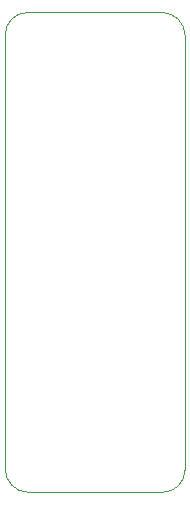
<source format=gbr>
%TF.GenerationSoftware,KiCad,Pcbnew,8.0.1*%
%TF.CreationDate,2024-05-08T00:25:34+01:00*%
%TF.ProjectId,hexpansion-breadboard-adapter,68657870-616e-4736-996f-6e2d62726561,rev?*%
%TF.SameCoordinates,Original*%
%TF.FileFunction,Profile,NP*%
%FSLAX46Y46*%
G04 Gerber Fmt 4.6, Leading zero omitted, Abs format (unit mm)*
G04 Created by KiCad (PCBNEW 8.0.1) date 2024-05-08 00:25:34*
%MOMM*%
%LPD*%
G01*
G04 APERTURE LIST*
%TA.AperFunction,Profile*%
%ADD10C,0.100000*%
%TD*%
G04 APERTURE END LIST*
D10*
X75642039Y-91440000D02*
G75*
G02*
X73660000Y-89457963I-39J1982000D01*
G01*
X88900000Y-89535000D02*
G75*
G02*
X86995000Y-91440000I-1905000J0D01*
G01*
X73660000Y-52705000D02*
G75*
G02*
X75565000Y-50800000I1905000J0D01*
G01*
X75642039Y-91440000D02*
X86995000Y-91440000D01*
X75565000Y-50800000D02*
X86995000Y-50800000D01*
X86995000Y-50800001D02*
G75*
G02*
X88901494Y-52782036I-77000J-1981999D01*
G01*
X73660000Y-52705000D02*
X73660000Y-89457963D01*
X88901498Y-52782036D02*
X88900000Y-89535000D01*
M02*

</source>
